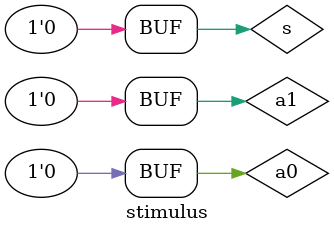
<source format=v>
`timescale 1ns / 1ps


module stimulus;

	// Inputs
	reg s;
	reg a1;
	reg a0;

	// Outputs
	wire t;

	// Instantiate the Unit Under Test (UUT)
	mux2to1 uut (
		.s(s), 
		.a1(a1), 
		.a0(a0), 
		.t(t)
	);

	initial begin
		// Initialize Inputs
		s = 0;
		a1 = 0;
		a0 = 0;

		// Wait 100 ns for global reset to finish
		#100;
        
		// Add stimulus here
      
	end
      
endmodule


</source>
